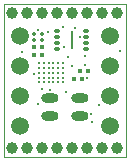
<source format=gbs>
G04 Layer_Color=16711935*
%FSLAX44Y44*%
%MOMM*%
G71*
G01*
G75*
G04:AMPARAMS|DCode=11|XSize=0.32mm|YSize=0.4mm|CornerRadius=0.0528mm|HoleSize=0mm|Usage=FLASHONLY|Rotation=0.000|XOffset=0mm|YOffset=0mm|HoleType=Round|Shape=RoundedRectangle|*
%AMROUNDEDRECTD11*
21,1,0.3200,0.2944,0,0,0.0*
21,1,0.2144,0.4000,0,0,0.0*
1,1,0.1056,0.1072,-0.1472*
1,1,0.1056,-0.1072,-0.1472*
1,1,0.1056,-0.1072,0.1472*
1,1,0.1056,0.1072,0.1472*
%
%ADD11ROUNDEDRECTD11*%
G04:AMPARAMS|DCode=12|XSize=0.3mm|YSize=0.33mm|CornerRadius=0.0495mm|HoleSize=0mm|Usage=FLASHONLY|Rotation=270.000|XOffset=0mm|YOffset=0mm|HoleType=Round|Shape=RoundedRectangle|*
%AMROUNDEDRECTD12*
21,1,0.3000,0.2310,0,0,270.0*
21,1,0.2010,0.3300,0,0,270.0*
1,1,0.0990,-0.1155,-0.1005*
1,1,0.0990,-0.1155,0.1005*
1,1,0.0990,0.1155,0.1005*
1,1,0.0990,0.1155,-0.1005*
%
%ADD12ROUNDEDRECTD12*%
%ADD21C,0.1000*%
%ADD22C,1.0000*%
%ADD23C,1.5000*%
%ADD25R,0.2000X1.6000*%
G04:AMPARAMS|DCode=26|XSize=0.46mm|YSize=0.3mm|CornerRadius=0.0795mm|HoleSize=0mm|Usage=FLASHONLY|Rotation=0.000|XOffset=0mm|YOffset=0mm|HoleType=Round|Shape=RoundedRectangle|*
%AMROUNDEDRECTD26*
21,1,0.4600,0.1410,0,0,0.0*
21,1,0.3010,0.3000,0,0,0.0*
1,1,0.1590,0.1505,-0.0705*
1,1,0.1590,-0.1505,-0.0705*
1,1,0.1590,-0.1505,0.0705*
1,1,0.1590,0.1505,0.0705*
%
%ADD26ROUNDEDRECTD26*%
%ADD27O,0.1700X0.2100*%
%ADD28O,0.2100X0.1700*%
%ADD29O,0.2400X0.1700*%
%ADD30C,0.2100*%
%ADD31O,0.1700X0.2400*%
%ADD32O,1.4700X0.8000*%
%ADD36C,0.2000*%
D11*
X59590Y59420D02*
D03*
X66190D02*
D03*
X64640Y66400D02*
D03*
X71240D02*
D03*
X32250Y79610D02*
D03*
X25650D02*
D03*
X25640Y86610D02*
D03*
X32240D02*
D03*
D12*
X32250Y97160D02*
D03*
Y92114D02*
D03*
X25620Y92154D02*
D03*
Y97200D02*
D03*
D21*
X0Y122470D02*
X103430D01*
X0Y-6300D02*
X103430D01*
Y122470D01*
X0Y-6300D02*
Y122470D01*
D22*
X19750Y760D02*
D03*
X32450D02*
D03*
X45150D02*
D03*
X57850D02*
D03*
X70550D02*
D03*
X83250D02*
D03*
X95950D02*
D03*
X7050D02*
D03*
X83250Y115060D02*
D03*
X70550D02*
D03*
X57850D02*
D03*
X45150D02*
D03*
X32450D02*
D03*
X19750D02*
D03*
X7050D02*
D03*
X95950D02*
D03*
D23*
X13400Y19820D02*
D03*
Y70620D02*
D03*
Y96020D02*
D03*
Y45220D02*
D03*
X89600Y19820D02*
D03*
Y70620D02*
D03*
Y96020D02*
D03*
Y45220D02*
D03*
D25*
X57500Y92120D02*
D03*
D26*
X70100Y84620D02*
D03*
Y89620D02*
D03*
Y94620D02*
D03*
Y99620D02*
D03*
X44900D02*
D03*
Y94620D02*
D03*
Y89620D02*
D03*
Y84620D02*
D03*
D27*
X50090Y56580D02*
D03*
X46090D02*
D03*
Y72580D02*
D03*
X42090Y56580D02*
D03*
Y60580D02*
D03*
Y72580D02*
D03*
X38090Y56580D02*
D03*
Y60580D02*
D03*
X34090Y56580D02*
D03*
Y60580D02*
D03*
X30090Y56580D02*
D03*
Y72580D02*
D03*
D28*
X50090Y60580D02*
D03*
Y64580D02*
D03*
Y68580D02*
D03*
X46090Y60580D02*
D03*
Y64580D02*
D03*
Y68580D02*
D03*
X30090Y60580D02*
D03*
Y64580D02*
D03*
Y68580D02*
D03*
D29*
X50090Y72580D02*
D03*
D30*
X42090Y64580D02*
D03*
X38090D02*
D03*
X34090D02*
D03*
Y68580D02*
D03*
D31*
X42090D02*
D03*
X38090D02*
D03*
Y72580D02*
D03*
X34090D02*
D03*
D32*
X64200Y43270D02*
D03*
X38800D02*
D03*
Y28270D02*
D03*
X64200D02*
D03*
D36*
X98560Y83000D02*
D03*
X52500Y48610D02*
D03*
X25800Y63300D02*
D03*
X32180Y51280D02*
D03*
X39400Y50390D02*
D03*
X57910Y69970D02*
D03*
X70560Y59800D02*
D03*
X68830Y71110D02*
D03*
X74020Y29640D02*
D03*
X54300Y78260D02*
D03*
X37290Y99050D02*
D03*
X51160Y86750D02*
D03*
X75010Y22870D02*
D03*
X80690Y37630D02*
D03*
X64600Y94620D02*
D03*
X68760Y79120D02*
D03*
X28930Y100670D02*
D03*
X15690Y82050D02*
D03*
X49860Y103530D02*
D03*
X60450Y102960D02*
D03*
X29110Y38490D02*
D03*
M02*

</source>
